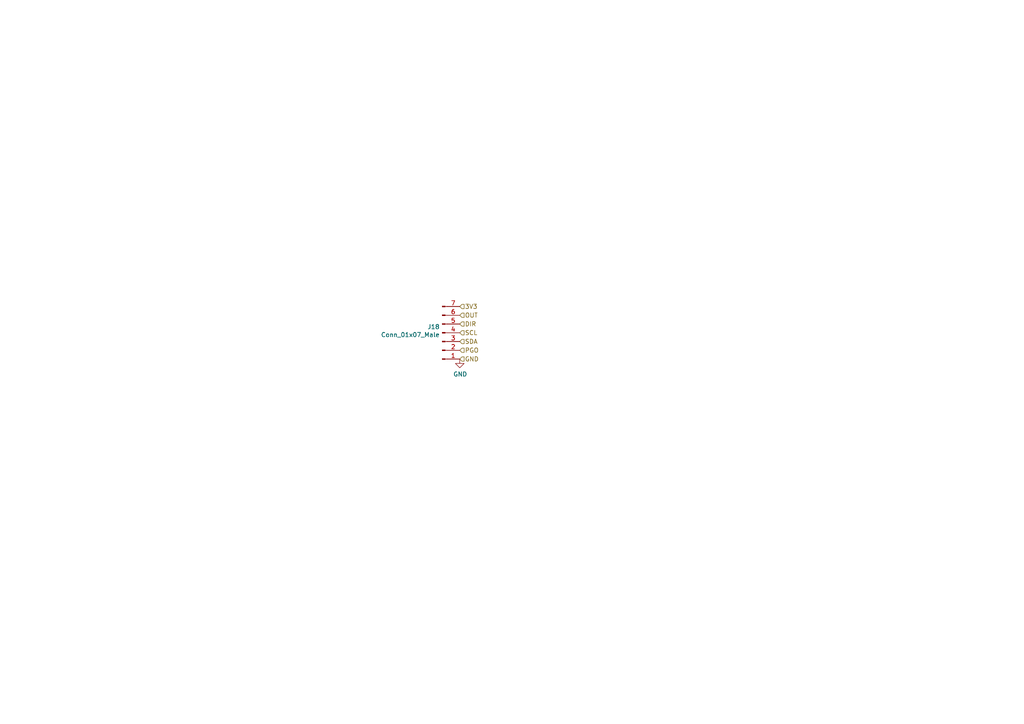
<source format=kicad_sch>
(kicad_sch (version 20211123) (generator eeschema)

  (uuid a7cad282-51c3-4f24-be5e-311c2c5e959b)

  (paper "A4")

  (lib_symbols
    (symbol "Connector:Conn_01x07_Male" (pin_names (offset 1.016) hide) (in_bom yes) (on_board yes)
      (property "Reference" "J" (id 0) (at 0 10.16 0)
        (effects (font (size 1.27 1.27)))
      )
      (property "Value" "Conn_01x07_Male" (id 1) (at 0 -10.16 0)
        (effects (font (size 1.27 1.27)))
      )
      (property "Footprint" "" (id 2) (at 0 0 0)
        (effects (font (size 1.27 1.27)) hide)
      )
      (property "Datasheet" "~" (id 3) (at 0 0 0)
        (effects (font (size 1.27 1.27)) hide)
      )
      (property "ki_keywords" "connector" (id 4) (at 0 0 0)
        (effects (font (size 1.27 1.27)) hide)
      )
      (property "ki_description" "Generic connector, single row, 01x07, script generated (kicad-library-utils/schlib/autogen/connector/)" (id 5) (at 0 0 0)
        (effects (font (size 1.27 1.27)) hide)
      )
      (property "ki_fp_filters" "Connector*:*_1x??_*" (id 6) (at 0 0 0)
        (effects (font (size 1.27 1.27)) hide)
      )
      (symbol "Conn_01x07_Male_1_1"
        (polyline
          (pts
            (xy 1.27 -7.62)
            (xy 0.8636 -7.62)
          )
          (stroke (width 0.1524) (type default) (color 0 0 0 0))
          (fill (type none))
        )
        (polyline
          (pts
            (xy 1.27 -5.08)
            (xy 0.8636 -5.08)
          )
          (stroke (width 0.1524) (type default) (color 0 0 0 0))
          (fill (type none))
        )
        (polyline
          (pts
            (xy 1.27 -2.54)
            (xy 0.8636 -2.54)
          )
          (stroke (width 0.1524) (type default) (color 0 0 0 0))
          (fill (type none))
        )
        (polyline
          (pts
            (xy 1.27 0)
            (xy 0.8636 0)
          )
          (stroke (width 0.1524) (type default) (color 0 0 0 0))
          (fill (type none))
        )
        (polyline
          (pts
            (xy 1.27 2.54)
            (xy 0.8636 2.54)
          )
          (stroke (width 0.1524) (type default) (color 0 0 0 0))
          (fill (type none))
        )
        (polyline
          (pts
            (xy 1.27 5.08)
            (xy 0.8636 5.08)
          )
          (stroke (width 0.1524) (type default) (color 0 0 0 0))
          (fill (type none))
        )
        (polyline
          (pts
            (xy 1.27 7.62)
            (xy 0.8636 7.62)
          )
          (stroke (width 0.1524) (type default) (color 0 0 0 0))
          (fill (type none))
        )
        (rectangle (start 0.8636 -7.493) (end 0 -7.747)
          (stroke (width 0.1524) (type default) (color 0 0 0 0))
          (fill (type outline))
        )
        (rectangle (start 0.8636 -4.953) (end 0 -5.207)
          (stroke (width 0.1524) (type default) (color 0 0 0 0))
          (fill (type outline))
        )
        (rectangle (start 0.8636 -2.413) (end 0 -2.667)
          (stroke (width 0.1524) (type default) (color 0 0 0 0))
          (fill (type outline))
        )
        (rectangle (start 0.8636 0.127) (end 0 -0.127)
          (stroke (width 0.1524) (type default) (color 0 0 0 0))
          (fill (type outline))
        )
        (rectangle (start 0.8636 2.667) (end 0 2.413)
          (stroke (width 0.1524) (type default) (color 0 0 0 0))
          (fill (type outline))
        )
        (rectangle (start 0.8636 5.207) (end 0 4.953)
          (stroke (width 0.1524) (type default) (color 0 0 0 0))
          (fill (type outline))
        )
        (rectangle (start 0.8636 7.747) (end 0 7.493)
          (stroke (width 0.1524) (type default) (color 0 0 0 0))
          (fill (type outline))
        )
        (pin passive line (at 5.08 7.62 180) (length 3.81)
          (name "Pin_1" (effects (font (size 1.27 1.27))))
          (number "1" (effects (font (size 1.27 1.27))))
        )
        (pin passive line (at 5.08 5.08 180) (length 3.81)
          (name "Pin_2" (effects (font (size 1.27 1.27))))
          (number "2" (effects (font (size 1.27 1.27))))
        )
        (pin passive line (at 5.08 2.54 180) (length 3.81)
          (name "Pin_3" (effects (font (size 1.27 1.27))))
          (number "3" (effects (font (size 1.27 1.27))))
        )
        (pin passive line (at 5.08 0 180) (length 3.81)
          (name "Pin_4" (effects (font (size 1.27 1.27))))
          (number "4" (effects (font (size 1.27 1.27))))
        )
        (pin passive line (at 5.08 -2.54 180) (length 3.81)
          (name "Pin_5" (effects (font (size 1.27 1.27))))
          (number "5" (effects (font (size 1.27 1.27))))
        )
        (pin passive line (at 5.08 -5.08 180) (length 3.81)
          (name "Pin_6" (effects (font (size 1.27 1.27))))
          (number "6" (effects (font (size 1.27 1.27))))
        )
        (pin passive line (at 5.08 -7.62 180) (length 3.81)
          (name "Pin_7" (effects (font (size 1.27 1.27))))
          (number "7" (effects (font (size 1.27 1.27))))
        )
      )
    )
    (symbol "power:GND" (power) (pin_names (offset 0)) (in_bom yes) (on_board yes)
      (property "Reference" "#PWR" (id 0) (at 0 -6.35 0)
        (effects (font (size 1.27 1.27)) hide)
      )
      (property "Value" "GND" (id 1) (at 0 -3.81 0)
        (effects (font (size 1.27 1.27)))
      )
      (property "Footprint" "" (id 2) (at 0 0 0)
        (effects (font (size 1.27 1.27)) hide)
      )
      (property "Datasheet" "" (id 3) (at 0 0 0)
        (effects (font (size 1.27 1.27)) hide)
      )
      (property "ki_keywords" "power-flag" (id 4) (at 0 0 0)
        (effects (font (size 1.27 1.27)) hide)
      )
      (property "ki_description" "Power symbol creates a global label with name \"GND\" , ground" (id 5) (at 0 0 0)
        (effects (font (size 1.27 1.27)) hide)
      )
      (symbol "GND_0_1"
        (polyline
          (pts
            (xy 0 0)
            (xy 0 -1.27)
            (xy 1.27 -1.27)
            (xy 0 -2.54)
            (xy -1.27 -1.27)
            (xy 0 -1.27)
          )
          (stroke (width 0) (type default) (color 0 0 0 0))
          (fill (type none))
        )
      )
      (symbol "GND_1_1"
        (pin power_in line (at 0 0 270) (length 0) hide
          (name "GND" (effects (font (size 1.27 1.27))))
          (number "1" (effects (font (size 1.27 1.27))))
        )
      )
    )
  )


  (hierarchical_label "SDA" (shape input) (at 133.35 99.06 0)
    (effects (font (size 1.27 1.27)) (justify left))
    (uuid 020b7e1f-8bb0-4882-91d4-7894bf18db84)
  )
  (hierarchical_label "OUT" (shape input) (at 133.35 91.44 0)
    (effects (font (size 1.27 1.27)) (justify left))
    (uuid 1eca5f72-2356-4c55-919d-595727faf3b9)
  )
  (hierarchical_label "PGO" (shape input) (at 133.35 101.6 0)
    (effects (font (size 1.27 1.27)) (justify left))
    (uuid 29ec1a54-dea0-4d1a-a3dc-a7441a09bb9e)
  )
  (hierarchical_label "SCL" (shape input) (at 133.35 96.52 0)
    (effects (font (size 1.27 1.27)) (justify left))
    (uuid 55fa5fa0-9426-4801-b40c-682e71189d8a)
  )
  (hierarchical_label "3V3" (shape input) (at 133.35 88.9 0)
    (effects (font (size 1.27 1.27)) (justify left))
    (uuid 5778dc8c-60fe-435e-b75a-362eae1b81ab)
  )
  (hierarchical_label "DIR" (shape input) (at 133.35 93.98 0)
    (effects (font (size 1.27 1.27)) (justify left))
    (uuid 5dffd1d6-faf9-418e-b9a0-84fb6b6b4454)
  )
  (hierarchical_label "GND" (shape input) (at 133.35 104.14 0)
    (effects (font (size 1.27 1.27)) (justify left))
    (uuid a2a4b1ad-c51a-492d-9e99-410eec4f55a3)
  )

  (symbol (lib_id "Connector:Conn_01x07_Male") (at 128.27 96.52 0) (mirror x) (unit 1)
    (in_bom yes) (on_board yes)
    (uuid 00000000-0000-0000-0000-00006197b5c8)
    (property "Reference" "J18" (id 0) (at 127.5588 94.7928 0)
      (effects (font (size 1.27 1.27)) (justify right))
    )
    (property "Value" "Conn_01x07_Male" (id 1) (at 127.5588 97.1042 0)
      (effects (font (size 1.27 1.27)) (justify right))
    )
    (property "Footprint" "Connector_JST:JST_PH_B7B-PH-K_1x07_P2.00mm_Vertical" (id 2) (at 128.27 96.52 0)
      (effects (font (size 1.27 1.27)) hide)
    )
    (property "Datasheet" "~" (id 3) (at 128.27 96.52 0)
      (effects (font (size 1.27 1.27)) hide)
    )
    (pin "1" (uuid 77ebc2e5-1f0f-4872-92a7-5d8ca6e9d738))
    (pin "2" (uuid 66b9f7f0-dc5f-46d1-a083-ee17d860ec7e))
    (pin "3" (uuid 0dbdb01d-78ed-4925-b70f-86666ccc7131))
    (pin "4" (uuid 181710ef-7f2a-4351-a3a6-56d2f8765ecc))
    (pin "5" (uuid da8cef22-8613-4e08-9b41-406c689b1603))
    (pin "6" (uuid b23e7dda-0fc1-45cd-97e8-f6b6cdf1d435))
    (pin "7" (uuid 406ca1f7-570d-41d2-a9fb-681fc68f82a6))
  )

  (symbol (lib_id "power:GND") (at 133.35 104.14 0) (unit 1)
    (in_bom yes) (on_board yes)
    (uuid 00000000-0000-0000-0000-00006197ba4a)
    (property "Reference" "#PWR098" (id 0) (at 133.35 110.49 0)
      (effects (font (size 1.27 1.27)) hide)
    )
    (property "Value" "GND" (id 1) (at 133.477 108.5342 0))
    (property "Footprint" "" (id 2) (at 133.35 104.14 0)
      (effects (font (size 1.27 1.27)) hide)
    )
    (property "Datasheet" "" (id 3) (at 133.35 104.14 0)
      (effects (font (size 1.27 1.27)) hide)
    )
    (pin "1" (uuid 3490b26b-ddcd-4a7b-bc2b-75212be32b9a))
  )
)

</source>
